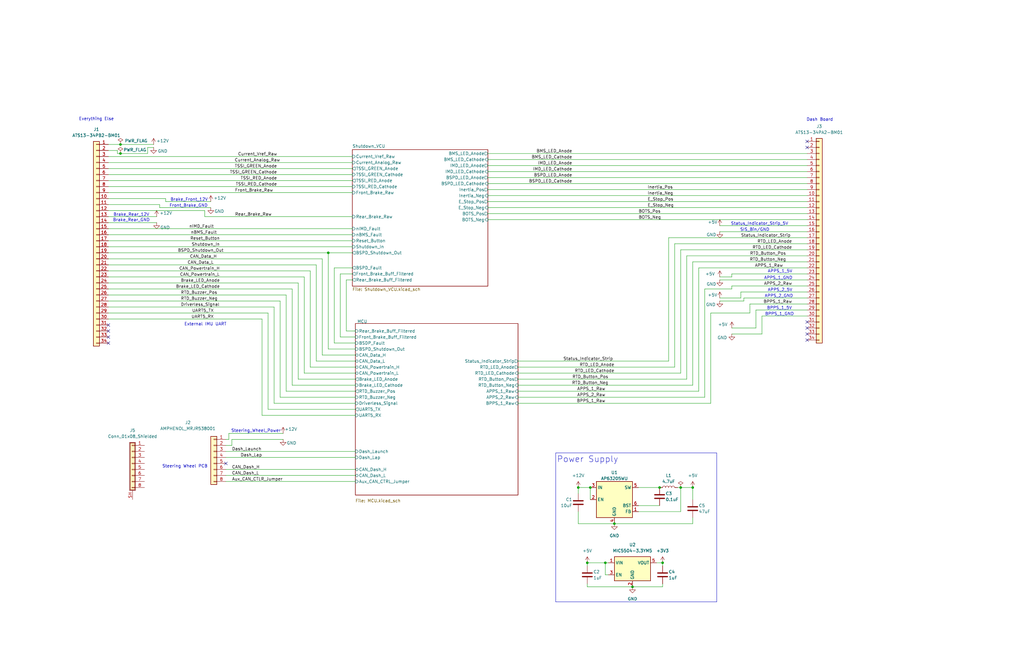
<source format=kicad_sch>
(kicad_sch (version 20250114) (generator "eeschema") (generator_version "9.0")
  (paper "B")
  (title_block (title "VCU") (date "2026-01-14") (rev "1.3") (company "Formula Slug") (comment 1 "Ronald Zhao"))
  (lib_symbols
    (symbol "Connector_Generic:Conn_01x08" (pin_names (offset 1.016) (hide yes))
      (property "Reference" "J" (at 0 10.16 0))
      (property "Value" "Conn_01x08" (at 0 -12.7 0))
      (symbol "Conn_01x08_1_1"
        (rectangle (start -1.27 8.89) (end 1.27 -11.43) (stroke (width 0.254)) (fill (type background)))
        (rectangle (start -1.27 7.747) (end 0 7.493) (stroke (width 0.1524)))
        (rectangle (start -1.27 5.207) (end 0 4.953) (stroke (width 0.1524)))
        (rectangle (start -1.27 2.667) (end 0 2.413) (stroke (width 0.1524)))
        (rectangle (start -1.27 0.127) (end 0 -0.127) (stroke (width 0.1524)))
        (rectangle (start -1.27 -2.413) (end 0 -2.667) (stroke (width 0.1524)))
        (rectangle (start -1.27 -4.953) (end 0 -5.207) (stroke (width 0.1524)))
        (rectangle (start -1.27 -7.493) (end 0 -7.747) (stroke (width 0.1524)))
        (rectangle (start -1.27 -10.033) (end 0 -10.287) (stroke (width 0.1524)))
        (pin passive line (at -5.08 7.62 0) (length 3.81) (name "Pin_1") (number "1"))
        (pin passive line (at -5.08 5.08 0) (length 3.81) (name "Pin_2") (number "2"))
        (pin passive line (at -5.08 2.54 0) (length 3.81) (name "Pin_3") (number "3"))
        (pin passive line (at -5.08 0 0) (length 3.81) (name "Pin_4") (number "4"))
        (pin passive line (at -5.08 -2.54 0) (length 3.81) (name "Pin_5") (number "5"))
        (pin passive line (at -5.08 -5.08 0) (length 3.81) (name "Pin_6") (number "6"))
        (pin passive line (at -5.08 -7.62 0) (length 3.81) (name "Pin_7") (number "7"))
        (pin passive line (at -5.08 -10.16 0) (length 3.81) (name "Pin_8") (number "8"))
      )
    )
    (symbol "Connector_Generic:Conn_01x34" (pin_names (offset 1.016) (hide yes))
      (property "Reference" "J" (at 0 43.18 0))
      (property "Value" "Conn_01x34" (at 0 -45.72 0))
      (symbol "Conn_01x34_1_1"
        (rectangle (start -1.27 41.91) (end 1.27 -44.45) (stroke (width 0.254)) (fill (type background)))
        (rectangle (start -1.27 40.767) (end 0 40.513) (stroke (width 0.1524)))
        (rectangle (start -1.27 38.227) (end 0 37.973) (stroke (width 0.1524)))
        (rectangle (start -1.27 35.687) (end 0 35.433) (stroke (width 0.1524)))
        (rectangle (start -1.27 33.147) (end 0 32.893) (stroke (width 0.1524)))
        (rectangle (start -1.27 30.607) (end 0 30.353) (stroke (width 0.1524)))
        (rectangle (start -1.27 28.067) (end 0 27.813) (stroke (width 0.1524)))
        (rectangle (start -1.27 25.527) (end 0 25.273) (stroke (width 0.1524)))
        (rectangle (start -1.27 22.987) (end 0 22.733) (stroke (width 0.1524)))
        (rectangle (start -1.27 20.447) (end 0 20.193) (stroke (width 0.1524)))
        (rectangle (start -1.27 17.907) (end 0 17.653) (stroke (width 0.1524)))
        (rectangle (start -1.27 15.367) (end 0 15.113) (stroke (width 0.1524)))
        (rectangle (start -1.27 12.827) (end 0 12.573) (stroke (width 0.1524)))
        (rectangle (start -1.27 10.287) (end 0 10.033) (stroke (width 0.1524)))
        (rectangle (start -1.27 7.747) (end 0 7.493) (stroke (width 0.1524)))
        (rectangle (start -1.27 5.207) (end 0 4.953) (stroke (width 0.1524)))
        (rectangle (start -1.27 2.667) (end 0 2.413) (stroke (width 0.1524)))
        (rectangle (start -1.27 0.127) (end 0 -0.127) (stroke (width 0.1524)))
        (rectangle (start -1.27 -2.413) (end 0 -2.667) (stroke (width 0.1524)))
        (rectangle (start -1.27 -4.953) (end 0 -5.207) (stroke (width 0.1524)))
        (rectangle (start -1.27 -7.493) (end 0 -7.747) (stroke (width 0.1524)))
        (rectangle (start -1.27 -10.033) (end 0 -10.287) (stroke (width 0.1524)))
        (rectangle (start -1.27 -12.573) (end 0 -12.827) (stroke (width 0.1524)))
        (rectangle (start -1.27 -15.113) (end 0 -15.367) (stroke (width 0.1524)))
        (rectangle (start -1.27 -17.653) (end 0 -17.907) (stroke (width 0.1524)))
        (rectangle (start -1.27 -20.193) (end 0 -20.447) (stroke (width 0.1524)))
        (rectangle (start -1.27 -22.733) (end 0 -22.987) (stroke (width 0.1524)))
        (rectangle (start -1.27 -25.273) (end 0 -25.527) (stroke (width 0.1524)))
        (rectangle (start -1.27 -27.813) (end 0 -28.067) (stroke (width 0.1524)))
        (rectangle (start -1.27 -30.353) (end 0 -30.607) (stroke (width 0.1524)))
        (rectangle (start -1.27 -32.893) (end 0 -33.147) (stroke (width 0.1524)))
        (rectangle (start -1.27 -35.433) (end 0 -35.687) (stroke (width 0.1524)))
        (rectangle (start -1.27 -37.973) (end 0 -38.227) (stroke (width 0.1524)))
        (rectangle (start -1.27 -40.513) (end 0 -40.767) (stroke (width 0.1524)))
        (rectangle (start -1.27 -43.053) (end 0 -43.307) (stroke (width 0.1524)))
        (pin passive line (at -5.08 40.64 0) (length 3.81) (name "Pin_1") (number "1"))
        (pin passive line (at -5.08 38.1 0) (length 3.81) (name "Pin_2") (number "2"))
        (pin passive line (at -5.08 35.56 0) (length 3.81) (name "Pin_3") (number "3"))
        (pin passive line (at -5.08 33.02 0) (length 3.81) (name "Pin_4") (number "4"))
        (pin passive line (at -5.08 30.48 0) (length 3.81) (name "Pin_5") (number "5"))
        (pin passive line (at -5.08 27.94 0) (length 3.81) (name "Pin_6") (number "6"))
        (pin passive line (at -5.08 25.4 0) (length 3.81) (name "Pin_7") (number "7"))
        (pin passive line (at -5.08 22.86 0) (length 3.81) (name "Pin_8") (number "8"))
        (pin passive line (at -5.08 20.32 0) (length 3.81) (name "Pin_9") (number "9"))
        (pin passive line (at -5.08 17.78 0) (length 3.81) (name "Pin_10") (number "10"))
        (pin passive line (at -5.08 15.24 0) (length 3.81) (name "Pin_11") (number "11"))
        (pin passive line (at -5.08 12.7 0) (length 3.81) (name "Pin_12") (number "12"))
        (pin passive line (at -5.08 10.16 0) (length 3.81) (name "Pin_13") (number "13"))
        (pin passive line (at -5.08 7.62 0) (length 3.81) (name "Pin_14") (number "14"))
        (pin passive line (at -5.08 5.08 0) (length 3.81) (name "Pin_15") (number "15"))
        (pin passive line (at -5.08 2.54 0) (length 3.81) (name "Pin_16") (number "16"))
        (pin passive line (at -5.08 0 0) (length 3.81) (name "Pin_17") (number "17"))
        (pin passive line (at -5.08 -2.54 0) (length 3.81) (name "Pin_18") (number "18"))
        (pin passive line (at -5.08 -5.08 0) (length 3.81) (name "Pin_19") (number "19"))
        (pin passive line (at -5.08 -7.62 0) (length 3.81) (name "Pin_20") (number "20"))
        (pin passive line (at -5.08 -10.16 0) (length 3.81) (name "Pin_21") (number "21"))
        (pin passive line (at -5.08 -12.7 0) (length 3.81) (name "Pin_22") (number "22"))
        (pin passive line (at -5.08 -15.24 0) (length 3.81) (name "Pin_23") (number "23"))
        (pin passive line (at -5.08 -17.78 0) (length 3.81) (name "Pin_24") (number "24"))
        (pin passive line (at -5.08 -20.32 0) (length 3.81) (name "Pin_25") (number "25"))
        (pin passive line (at -5.08 -22.86 0) (length 3.81) (name "Pin_26") (number "26"))
        (pin passive line (at -5.08 -25.4 0) (length 3.81) (name "Pin_27") (number "27"))
        (pin passive line (at -5.08 -27.94 0) (length 3.81) (name "Pin_28") (number "28"))
        (pin passive line (at -5.08 -30.48 0) (length 3.81) (name "Pin_29") (number "29"))
        (pin passive line (at -5.08 -33.02 0) (length 3.81) (name "Pin_30") (number "30"))
        (pin passive line (at -5.08 -35.56 0) (length 3.81) (name "Pin_31") (number "31"))
        (pin passive line (at -5.08 -38.1 0) (length 3.81) (name "Pin_32") (number "32"))
        (pin passive line (at -5.08 -40.64 0) (length 3.81) (name "Pin_33") (number "33"))
        (pin passive line (at -5.08 -43.18 0) (length 3.81) (name "Pin_34") (number "34"))
      )
    )
    (symbol "Connector_Generic_Shielded:Conn_01x08_Shielded" (pin_names (offset 1.016) (hide yes))
      (property "Reference" "J" (at 0.254 9.906 0))
      (property "Value" "Conn_01x08_Shielded" (at 1.016 -12.446 0))
      (symbol "Conn_01x08_Shielded_1_1"
        (rectangle (start -1.27 8.89) (end 1.27 -11.43) (stroke (width 0.1524)))
        (rectangle (start -1.016 8.636) (end 1.016 -11.176) (stroke (width 0.254)) (fill (type background)))
        (rectangle (start -1.016 7.747) (end 0.254 7.493) (stroke (width 0.1524)))
        (rectangle (start -1.016 5.207) (end 0.254 4.953) (stroke (width 0.1524)))
        (rectangle (start -1.016 2.667) (end 0.254 2.413) (stroke (width 0.1524)))
        (rectangle (start -1.016 0.127) (end 0.254 -0.127) (stroke (width 0.1524)))
        (rectangle (start -1.016 -2.413) (end 0.254 -2.667) (stroke (width 0.1524)))
        (rectangle (start -1.016 -4.953) (end 0.254 -5.207) (stroke (width 0.1524)))
        (rectangle (start -1.016 -7.493) (end 0.254 -7.747) (stroke (width 0.1524)))
        (rectangle (start -1.016 -10.033) (end 0.254 -10.287) (stroke (width 0.1524)))
        (pin passive line (at -5.08 7.62 0) (length 4.064) (name "Pin_1") (number "1"))
        (pin passive line (at -5.08 5.08 0) (length 4.064) (name "Pin_2") (number "2"))
        (pin passive line (at -5.08 2.54 0) (length 4.064) (name "Pin_3") (number "3"))
        (pin passive line (at -5.08 0 0) (length 4.064) (name "Pin_4") (number "4"))
        (pin passive line (at -5.08 -2.54 0) (length 4.064) (name "Pin_5") (number "5"))
        (pin passive line (at -5.08 -5.08 0) (length 4.064) (name "Pin_6") (number "6"))
        (pin passive line (at -5.08 -7.62 0) (length 4.064) (name "Pin_7") (number "7"))
        (pin passive line (at -5.08 -10.16 0) (length 4.064) (name "Pin_8") (number "8"))
        (pin passive line (at 0 -15.24 90) (length 3.81) (name "Shield") (number "SH"))
      )
    )
    (symbol "Device:C" (pin_numbers (hide yes)) (pin_names (offset 0.254))
      (property "Reference" "C" (at 0.635 2.54 0))
      (property "Value" "C" (at 0.635 -2.54 0))
      (symbol "C_0_1"
        (polyline (pts (xy -2.032 0.762) (xy 2.032 0.762)) (stroke (width 0.508)))
        (polyline (pts (xy -2.032 -0.762) (xy 2.032 -0.762)) (stroke (width 0.508)))
      )
      (symbol "C_1_1"
        (pin passive line (at 0 3.81 270) (length 2.794) (name "~") (number "1"))
        (pin passive line (at 0 -3.81 90) (length 2.794) (name "~") (number "2"))
      )
    )
    (symbol "Device:L" (pin_numbers (hide yes)) (pin_names (offset 1.016) (hide yes))
      (property "Reference" "L" (at -1.27 0 90))
      (property "Value" "L" (at 1.905 0 90))
      (symbol "L_0_1"
        (arc (start 0 2.54) (mid 0.6323 1.905) (end 0 1.27))
        (arc (start 0 1.27) (mid 0.6323 0.635) (end 0 0))
        (arc (start 0 0) (mid 0.6323 -0.635) (end 0 -1.27))
        (arc (start 0 -1.27) (mid 0.6323 -1.905) (end 0 -2.54))
      )
      (symbol "L_1_1"
        (pin passive line (at 0 3.81 270) (length 1.27) (name "1") (number "1"))
        (pin passive line (at 0 -3.81 90) (length 1.27) (name "2") (number "2"))
      )
    )
    (symbol "Regulator_Linear:MIC5504-3.3YM5"
      (property "Reference" "U" (at -7.62 8.89 0))
      (property "Value" "MIC5504-3.3YM5" (at -7.62 6.35 0))
      (symbol "MIC5504-3.3YM5_0_1"
        (rectangle (start -7.62 -5.08) (end 7.62 5.08) (stroke (width 0.254)) (fill (type background)))
      )
      (symbol "MIC5504-3.3YM5_1_1"
        (pin power_in line (at -10.16 2.54 0) (length 2.54) (name "VIN") (number "1"))
        (pin input line (at -10.16 -2.54 0) (length 2.54) (name "EN") (number "3"))
        (pin power_in line (at 0 -7.62 90) (length 2.54) (name "GND") (number "2"))
        (pin no_connect line (at 7.62 -2.54 180) (length 2.54) (hide yes) (name "NC") (number "4"))
        (pin power_out line (at 10.16 2.54 180) (length 2.54) (name "VOUT") (number "5"))
      )
    )
    (symbol "Regulator_Switching:AP63205WU"
      (property "Reference" "U1" (at 0 13.97 0))
      (property "Value" "AP63205WU" (at 0 11.43 0))
      (symbol "AP63205WU_0_1"
        (rectangle (start -7.62 10.16) (end 7.62 -5.08) (stroke (width 0.254)) (fill (type background)))
      )
      (symbol "AP63205WU_1_1"
        (pin power_in line (at -10.16 7.62 0) (length 2.54) (name "IN") (number "3"))
        (pin input line (at -10.16 2.54 0) (length 2.54) (name "EN") (number "2"))
        (pin power_in line (at 0 -7.62 90) (length 2.54) (name "GND") (number "4"))
        (pin output line (at 10.16 7.62 180) (length 2.54) (name "SW") (number "5"))
        (pin passive line (at 10.16 0 180) (length 2.54) (name "BST") (number "6"))
        (pin input line (at 10.16 -2.54 180) (length 2.54) (name "FB") (number "1"))
      )
    )
    (symbol "power:+12V" (power) (pin_numbers (hide yes)) (pin_names (offset 0) (hide yes))
      (property "Value" "+12V" (at 0 3.556 0))
      (symbol "+12V_0_1"
        (polyline (pts (xy -0.762 1.27) (xy 0 2.54)))
        (polyline (pts (xy 0 2.54) (xy 0.762 1.27)))
        (polyline (pts (xy 0 0) (xy 0 2.54)))
      )
      (symbol "+12V_1_1"
        (pin power_in line (at 0 0 90) (length 0) (name "~") (number "1"))
      )
    )
    (symbol "power:+3V3" (power) (pin_numbers (hide yes)) (pin_names (offset 0) (hide yes))
      (property "Value" "+3V3" (at 0 3.556 0))
      (symbol "+3V3_0_1"
        (polyline (pts (xy -0.762 1.27) (xy 0 2.54)))
        (polyline (pts (xy 0 2.54) (xy 0.762 1.27)))
        (polyline (pts (xy 0 0) (xy 0 2.54)))
      )
      (symbol "+3V3_1_1"
        (pin power_in line (at 0 0 90) (length 0) (name "~") (number "1"))
      )
    )
    (symbol "power:+5V" (power) (pin_numbers (hide yes)) (pin_names (offset 0) (hide yes))
      (property "Value" "+5V" (at 0 3.556 0))
      (symbol "+5V_0_1"
        (polyline (pts (xy -0.762 1.27) (xy 0 2.54)))
        (polyline (pts (xy 0 2.54) (xy 0.762 1.27)))
        (polyline (pts (xy 0 0) (xy 0 2.54)))
      )
      (symbol "+5V_1_1"
        (pin power_in line (at 0 0 90) (length 0) (name "~") (number "1"))
      )
    )
    (symbol "power:GND" (power) (pin_numbers (hide yes)) (pin_names (offset 0) (hide yes))
      (property "Value" "GND" (at 0 -3.81 0))
      (symbol "GND_0_1"
        (polyline (pts (xy 0 0) (xy 0 -1.27) (xy 1.27 -1.27) (xy 0 -2.54) (xy -1.27 -1.27) (xy 0 -1.27)))
      )
      (symbol "GND_1_1"
        (pin power_in line (at 0 0 270) (length 0) (name "~") (number "1"))
      )
    )
    (symbol "power:PWR_FLAG" (power) (pin_numbers (hide yes)) (pin_names (offset 0) (hide yes))
      (property "Value" "PWR_FLAG" (at 0 3.81 0))
      (symbol "PWR_FLAG_0_0"
        (pin power_out line (at 0 0 90) (length 0) (name "~") (number "1"))
      )
      (symbol "PWR_FLAG_0_1"
        (polyline (pts (xy 0 0) (xy 0 1.27) (xy -1.016 1.905) (xy 0 2.54) (xy 1.016 1.905) (xy 0 1.27)))
      )
    )
  )
  (rectangle (start 234.315 191.135) (end 302.26 254))
  (text "Brake_Front_12V" (at 79.756 84.328 0) (effects (font (size 1.27 1.27))))
  (text "External IMU UART" (at 86.614 136.906 0) (effects (font (size 1.27 1.27))))
  (text "APPS_2_5V" (at 328.93 122.428 0) (effects (font (size 1.27 1.27))))
  (text "BPPS_1_5V" (at 328.676 130.048 0) (effects (font (size 1.27 1.27))))
  (text "Front_Brake_GND" (at 79.502 86.868 0) (effects (font (size 1.27 1.27))))
  (text "APPS_2_GND" (at 328.422 124.968 0) (effects (font (size 1.27 1.27))))
  (text "Dash Board" (at 345.694 50.546 0) (effects (font (size 1.27 1.27))))
  (text "Steering Wheel PCB" (at 77.978 196.85 0) (effects (font (size 1.27 1.27))))
  (text "Steering_Wheel_Power\n" (at 107.95 181.864 0) (effects (font (size 1.27 1.27))))
  (text "Status_Indicator_Strip_5V\n" (at 320.294 94.488 0) (effects (font (size 1.27 1.27))))
  (text "Everything Else" (at 40.64 50.292 0) (effects (font (size 1.27 1.27))))
  (text "Brake_Rear_12V" (at 55.372 90.678 0) (effects (font (size 1.27 1.27))))
  (text "Brake_Rear_GND\n" (at 55.372 92.964 0) (effects (font (size 1.27 1.27))))
  (text "Power Supply" (at 247.777 193.929 0) (effects (font (size 2.54 2.54))))
  (text "APPS_1_GND" (at 328.168 117.348 0) (effects (font (size 1.27 1.27))))
  (text "SIS_Bin/GND\n" (at 318.262 97.028 0) (effects (font (size 1.27 1.27))))
  (text "BPPS_1_GND\n" (at 328.676 132.588 0) (effects (font (size 1.27 1.27))))
  (text "APPS_1_5V" (at 328.93 114.554 0) (effects (font (size 1.27 1.27))))
  (junction (at 292.1 205.74))
  (junction (at 259.08 220.98))
  (junction (at 138.43 106.68))
  (junction (at 243.84 205.74))
  (junction (at 50.8 60.96))
  (junction (at 248.92 205.74))
  (junction (at 50.8 64.77))
  (junction (at 279.4 237.49))
  (junction (at 266.7 247.65))
  (junction (at 247.65 237.49))
  (junction (at 287.02 205.74))
  (junction (at 278.13 205.74))
  (junction (at 255.27 237.49))
  (no_connect (at 45.72 137.16))
  (no_connect (at 340.36 143.51))
  (no_connect (at 45.72 139.7))
  (no_connect (at 340.36 138.43))
  (no_connect (at 45.72 142.24))
  (no_connect (at 340.36 62.23))
  (no_connect (at 340.36 140.97))
  (no_connect (at 340.36 135.89))
  (no_connect (at 340.36 59.69))
  (no_connect (at 95.25 195.58))
  (no_connect (at 45.72 144.78))
  (wire (pts (xy 113.03 172.72) (xy 113.03 132.08)))
  (wire (pts (xy 120.65 165.1) (xy 120.65 124.46)))
  (wire (pts (xy 303.53 95.25) (xy 340.36 95.25)))
  (wire (pts (xy 135.89 109.22) (xy 45.72 109.22)))
  (wire (pts (xy 316.23 132.08) (xy 299.72 132.08)))
  (wire (pts (xy 308.61 116.84) (xy 303.53 116.84)))
  (wire (pts (xy 287.02 105.41) (xy 287.02 157.48)))
  (wire (pts (xy 299.72 132.08) (xy 299.72 170.18)))
  (wire (pts (xy 340.36 125.73) (xy 313.69 125.73)))
  (wire (pts (xy 149.86 175.26) (xy 110.49 175.26)))
  (wire (pts (xy 95.25 187.96) (xy 97.79 187.96)))
  (wire (pts (xy 45.72 99.06) (xy 148.59 99.06)))
  (wire (pts (xy 312.42 125.73) (xy 312.42 123.19)))
  (wire (pts (xy 316.23 132.08) (xy 316.23 128.27)))
  (wire (pts (xy 297.18 121.92) (xy 297.18 167.64)))
  (wire (pts (xy 133.35 111.76) (xy 133.35 152.4)))
  (wire (pts (xy 313.69 127) (xy 303.53 127)))
  (wire (pts (xy 95.25 203.2) (xy 149.86 203.2)))
  (wire (pts (xy 255.27 242.57) (xy 255.27 237.49)))
  (wire (pts (xy 86.36 91.44) (xy 86.36 88.9)))
  (wire (pts (xy 86.36 88.9) (xy 45.72 88.9)))
  (wire (pts (xy 138.43 106.68) (xy 138.43 147.32)))
  (wire (pts (xy 125.73 160.02) (xy 125.73 119.38)))
  (wire (pts (xy 49.53 64.77) (xy 49.53 63.5)))
  (wire (pts (xy 110.49 134.62) (xy 45.72 134.62)))
  (wire (pts (xy 95.25 200.66) (xy 149.86 200.66)))
  (wire (pts (xy 294.64 113.03) (xy 340.36 113.03)))
  (wire (pts (xy 205.74 80.01) (xy 340.36 80.01)))
  (wire (pts (xy 218.44 162.56) (xy 292.1 162.56)))
  (wire (pts (xy 287.02 105.41) (xy 340.36 105.41)))
  (wire (pts (xy 256.54 237.49) (xy 255.27 237.49)))
  (wire (pts (xy 313.69 127) (xy 313.69 125.73)))
  (wire (pts (xy 49.53 63.5) (xy 45.72 63.5)))
  (wire (pts (xy 115.57 129.54) (xy 45.72 129.54)))
  (wire (pts (xy 143.51 115.57) (xy 143.51 142.24)))
  (wire (pts (xy 148.59 91.44) (xy 86.36 91.44)))
  (wire (pts (xy 287.02 205.74) (xy 287.02 215.9)))
  (wire (pts (xy 149.86 147.32) (xy 138.43 147.32)))
  (wire (pts (xy 205.74 82.55) (xy 340.36 82.55)))
  (wire (pts (xy 340.36 128.27) (xy 316.23 128.27)))
  (wire (pts (xy 205.74 92.71) (xy 340.36 92.71)))
  (wire (pts (xy 218.44 154.94) (xy 284.48 154.94)))
  (wire (pts (xy 340.36 110.49) (xy 292.1 110.49)))
  (wire (pts (xy 281.94 100.33) (xy 340.36 100.33)))
  (wire (pts (xy 340.36 123.19) (xy 312.42 123.19)))
  (wire (pts (xy 95.25 185.42) (xy 96.52 185.42)))
  (wire (pts (xy 269.24 213.36) (xy 278.13 213.36)))
  (wire (pts (xy 205.74 69.85) (xy 340.36 69.85)))
  (wire (pts (xy 149.86 165.1) (xy 120.65 165.1)))
  (wire (pts (xy 294.64 165.1) (xy 218.44 165.1)))
  (wire (pts (xy 243.84 220.98) (xy 259.08 220.98)))
  (wire (pts (xy 247.65 237.49) (xy 255.27 237.49)))
  (wire (pts (xy 125.73 119.38) (xy 45.72 119.38)))
  (wire (pts (xy 148.59 113.03) (xy 140.97 113.03)))
  (wire (pts (xy 308.61 116.84) (xy 308.61 115.57)))
  (wire (pts (xy 45.72 81.28) (xy 148.59 81.28)))
  (wire (pts (xy 248.92 205.74) (xy 248.92 210.82)))
  (wire (pts (xy 292.1 110.49) (xy 292.1 162.56)))
  (wire (pts (xy 279.4 238.76) (xy 279.4 237.49)))
  (wire (pts (xy 67.31 87.63) (xy 67.31 86.36)))
  (wire (pts (xy 45.72 127) (xy 118.11 127)))
  (wire (pts (xy 312.42 125.73) (xy 303.53 125.73)))
  (wire (pts (xy 205.74 90.17) (xy 340.36 90.17)))
  (wire (pts (xy 50.8 60.96) (xy 45.72 60.96)))
  (wire (pts (xy 128.27 157.48) (xy 149.86 157.48)))
  (wire (pts (xy 45.72 66.04) (xy 148.59 66.04)))
  (wire (pts (xy 67.31 86.36) (xy 45.72 86.36)))
  (wire (pts (xy 318.77 138.43) (xy 308.61 138.43)))
  (wire (pts (xy 96.52 182.88) (xy 119.38 182.88)))
  (wire (pts (xy 66.04 93.98) (xy 45.72 93.98)))
  (wire (pts (xy 113.03 132.08) (xy 45.72 132.08)))
  (wire (pts (xy 64.77 62.23) (xy 62.23 62.23)))
  (wire (pts (xy 218.44 152.4) (xy 281.94 152.4)))
  (wire (pts (xy 130.81 114.3) (xy 45.72 114.3)))
  (wire (pts (xy 289.56 107.95) (xy 289.56 160.02)))
  (wire (pts (xy 45.72 106.68) (xy 138.43 106.68)))
  (wire (pts (xy 50.8 64.77) (xy 49.53 64.77)))
  (wire (pts (xy 69.85 85.09) (xy 69.85 83.82)))
  (wire (pts (xy 303.53 97.79) (xy 340.36 97.79)))
  (wire (pts (xy 299.72 170.18) (xy 218.44 170.18)))
  (wire (pts (xy 247.65 246.38) (xy 247.65 247.65)))
  (wire (pts (xy 66.04 91.44) (xy 45.72 91.44)))
  (wire (pts (xy 120.65 124.46) (xy 45.72 124.46)))
  (wire (pts (xy 279.4 247.65) (xy 266.7 247.65)))
  (wire (pts (xy 243.84 205.74) (xy 248.92 205.74)))
  (wire (pts (xy 118.11 167.64) (xy 149.86 167.64)))
  (wire (pts (xy 45.72 116.84) (xy 128.27 116.84)))
  (wire (pts (xy 287.02 157.48) (xy 218.44 157.48)))
  (wire (pts (xy 95.25 198.12) (xy 149.86 198.12)))
  (wire (pts (xy 62.23 62.23) (xy 62.23 64.77)))
  (wire (pts (xy 88.9 85.09) (xy 69.85 85.09)))
  (wire (pts (xy 284.48 102.87) (xy 284.48 154.94)))
  (wire (pts (xy 247.65 247.65) (xy 266.7 247.65)))
  (wire (pts (xy 97.79 185.42) (xy 119.38 185.42)))
  (wire (pts (xy 279.4 237.49) (xy 276.86 237.49)))
  (wire (pts (xy 321.31 133.35) (xy 321.31 140.97)))
  (wire (pts (xy 318.77 130.81) (xy 318.77 138.43)))
  (wire (pts (xy 292.1 205.74) (xy 292.1 210.82)))
  (wire (pts (xy 143.51 142.24) (xy 149.86 142.24)))
  (wire (pts (xy 149.86 162.56) (xy 123.19 162.56)))
  (wire (pts (xy 281.94 100.33) (xy 281.94 152.4)))
  (wire (pts (xy 205.74 87.63) (xy 340.36 87.63)))
  (wire (pts (xy 340.36 120.65) (xy 308.61 120.65)))
  (wire (pts (xy 205.74 72.39) (xy 340.36 72.39)))
  (wire (pts (xy 292.1 220.98) (xy 259.08 220.98)))
  (wire (pts (xy 205.74 64.77) (xy 340.36 64.77)))
  (wire (pts (xy 149.86 160.02) (xy 125.73 160.02)))
  (wire (pts (xy 287.02 205.74) (xy 285.75 205.74)))
  (wire (pts (xy 321.31 140.97) (xy 308.61 140.97)))
  (wire (pts (xy 45.72 104.14) (xy 148.59 104.14)))
  (wire (pts (xy 115.57 170.18) (xy 149.86 170.18)))
  (wire (pts (xy 140.97 113.03) (xy 140.97 144.78)))
  (wire (pts (xy 45.72 101.6) (xy 148.59 101.6)))
  (wire (pts (xy 135.89 149.86) (xy 149.86 149.86)))
  (wire (pts (xy 308.61 120.65) (xy 308.61 121.92)))
  (wire (pts (xy 146.05 139.7) (xy 146.05 118.11)))
  (wire (pts (xy 135.89 149.86) (xy 135.89 109.22)))
  (wire (pts (xy 133.35 152.4) (xy 149.86 152.4)))
  (wire (pts (xy 110.49 175.26) (xy 110.49 134.62)))
  (wire (pts (xy 308.61 121.92) (xy 297.18 121.92)))
  (wire (pts (xy 205.74 74.93) (xy 340.36 74.93)))
  (wire (pts (xy 256.54 242.57) (xy 255.27 242.57)))
  (wire (pts (xy 45.72 96.52) (xy 148.59 96.52)))
  (wire (pts (xy 148.59 115.57) (xy 143.51 115.57)))
  (wire (pts (xy 130.81 154.94) (xy 149.86 154.94)))
  (wire (pts (xy 64.77 60.96) (xy 50.8 60.96)))
  (wire (pts (xy 97.79 187.96) (xy 97.79 185.42)))
  (wire (pts (xy 123.19 121.92) (xy 45.72 121.92)))
  (wire (pts (xy 289.56 107.95) (xy 340.36 107.95)))
  (wire (pts (xy 69.85 83.82) (xy 45.72 83.82)))
  (wire (pts (xy 45.72 76.2) (xy 148.59 76.2)))
  (wire (pts (xy 287.02 205.74) (xy 292.1 205.74)))
  (wire (pts (xy 205.74 85.09) (xy 340.36 85.09)))
  (wire (pts (xy 45.72 111.76) (xy 133.35 111.76)))
  (wire (pts (xy 205.74 67.31) (xy 340.36 67.31)))
  (wire (pts (xy 45.72 71.12) (xy 148.59 71.12)))
  (wire (pts (xy 95.25 193.04) (xy 149.86 193.04)))
  (wire (pts (xy 243.84 215.9) (xy 243.84 220.98)))
  (wire (pts (xy 88.9 87.63) (xy 67.31 87.63)))
  (wire (pts (xy 45.72 78.74) (xy 148.59 78.74)))
  (wire (pts (xy 321.31 133.35) (xy 340.36 133.35)))
  (wire (pts (xy 149.86 139.7) (xy 146.05 139.7)))
  (wire (pts (xy 297.18 167.64) (xy 218.44 167.64)))
  (wire (pts (xy 140.97 144.78) (xy 149.86 144.78)))
  (wire (pts (xy 62.23 64.77) (xy 50.8 64.77)))
  (wire (pts (xy 318.77 130.81) (xy 340.36 130.81)))
  (wire (pts (xy 243.84 205.74) (xy 243.84 208.28)))
  (wire (pts (xy 115.57 170.18) (xy 115.57 129.54)))
  (wire (pts (xy 146.05 118.11) (xy 148.59 118.11)))
  (wire (pts (xy 292.1 218.44) (xy 292.1 220.98)))
  (wire (pts (xy 340.36 118.11) (xy 303.53 118.11)))
  (wire (pts (xy 95.25 190.5) (xy 149.86 190.5)))
  (wire (pts (xy 123.19 162.56) (xy 123.19 121.92)))
  (wire (pts (xy 45.72 73.66) (xy 148.59 73.66)))
  (wire (pts (xy 269.24 215.9) (xy 287.02 215.9)))
  (wire (pts (xy 205.74 77.47) (xy 340.36 77.47)))
  (wire (pts (xy 130.81 154.94) (xy 130.81 114.3)))
  (wire (pts (xy 294.64 113.03) (xy 294.64 165.1)))
  (wire (pts (xy 269.24 205.74) (xy 278.13 205.74)))
  (wire (pts (xy 118.11 127) (xy 118.11 167.64)))
  (wire (pts (xy 279.4 246.38) (xy 279.4 247.65)))
  (wire (pts (xy 284.48 102.87) (xy 340.36 102.87)))
  (wire (pts (xy 138.43 106.68) (xy 148.59 106.68)))
  (wire (pts (xy 308.61 115.57) (xy 340.36 115.57)))
  (wire (pts (xy 45.72 68.58) (xy 148.59 68.58)))
  (wire (pts (xy 247.65 237.49) (xy 247.65 238.76)))
  (wire (pts (xy 289.56 160.02) (xy 218.44 160.02)))
  (wire (pts (xy 128.27 116.84) (xy 128.27 157.48)))
  (wire (pts (xy 96.52 185.42) (xy 96.52 182.88)))
  (wire (pts (xy 149.86 172.72) (xy 113.03 172.72)))
  (label "RTD_LED_Anode" (at 259.08 154.94 180))
  (label "Status_Indicator_Strip" (at 237.49 152.4 0))
  (label "Current_Vref_Raw" (at 100.33 66.04 0))
  (label "TSSI_RED_Cathode" (at 116.84 78.74 180))
  (label "Inertia_Neg" (at 273.05 82.55 0))
  (label "APPS_1_Raw" (at 330.2 113.03 180))
  (label "UART5_TX" (at 90.17 132.08 180))
  (label "Inertia_Pos" (at 273.05 80.01 0))
  (label "RTD_Button_Pos" (at 331.47 107.95 180))
  (label "CAN_Dash_L" (at 97.79 200.66 0))
  (label "RTD_Buzzer_Neg" (at 76.2 127 0))
  (label "CAN_Data_L" (at 90.17 111.76 180))
  (label "TSSI_GREEN_Cathode" (at 116.84 73.66 180))
  (label "Driverless_Signal" (at 76.2 129.54 0))
  (label "Brake_LED_Anode" (at 92.71 119.38 180))
  (label "E_Stop_Pos" (at 273.05 85.09 0))
  (label "APPS_1_Raw" (at 255.27 165.1 180))
  (label "UART5_RX" (at 90.17 134.62 180))
  (label "RTD_LED_Cathode" (at 259.08 157.48 180))
  (label "CAN_Data_H" (at 80.01 109.22 0))
  (label "Brake_LED_Cathode" (at 92.71 121.92 180))
  (label "RTD_LED_Anode" (at 334.01 102.87 180))
  (label "BMS_LED_Cathode" (at 241.3 67.31 180))
  (label "Front_Brake_Raw" (at 99.06 81.28 0))
  (label "E_Stop_Neg" (at 273.05 87.63 0))
  (label "Dash_Lap" (at 110.49 193.04 180))
  (label "RTD_Button_Neg" (at 331.47 110.49 180))
  (label "BSPD_LED_Cathode" (at 241.3 77.47 180))
  (label "BPPS_1_Raw" (at 255.27 170.18 180))
  (label "Status_Indicator_Strip" (at 312.42 100.33 0))
  (label "RTD_Button_Pos" (at 256.54 160.02 180))
  (label "Current_Analog_Raw" (at 118.11 68.58 180))
  (label "Rear_Brake_Raw" (at 99.06 91.44 0))
  (label "BSPD_Shutdown_Out" (at 74.93 106.68 0))
  (label "CAN_Powertrain_H" (at 92.71 114.3 180))
  (label "IMD_LED_Cathode" (at 241.3 72.39 180))
  (label "BOTS_Pos" (at 269.24 90.17 0))
  (label "RTD_Button_Neg" (at 256.54 162.56 180))
  (label "BMS_LED_Anode" (at 241.3 64.77 180))
  (label "TSSI_GREEN_Anode" (at 116.84 71.12 180))
  (label "Shutdown_In" (at 92.71 104.14 180))
  (label "BSPD_LED_Anode" (at 241.3 74.93 180))
  (label "Reset_Button" (at 92.71 101.6 180))
  (label "CAN_Dash_H" (at 97.79 198.12 0))
  (label "nIMD_Fault" (at 90.17 96.52 180))
  (label "RTD_LED_Cathode" (at 334.01 105.41 180))
  (label "BPPS_1_Raw" (at 334.01 128.27 180))
  (label "APPS_2_Raw" (at 334.01 120.65 180))
  (label "nBMS_Fault" (at 91.44 99.06 180))
  (label "Aux_CAN_CTLR_Jumper" (at 97.79 203.2 0))
  (label "CAN_Powertrain_L" (at 92.71 116.84 180))
  (label "Dash_Launch" (at 97.79 190.5 0))
  (label "APPS_2_Raw" (at 255.27 167.64 180))
  (label "BOTS_Neg" (at 269.24 92.71 0))
  (label "IMD_LED_Anode" (at 241.3 69.85 180))
  (label "TSSI_RED_Anode" (at 116.84 76.2 180))
  (label "RTD_Buzzer_Pos" (at 76.2 124.46 0))
  (symbol (lib_id "power:GND") (at 303.53 97.79 0) (unit 1)
    (property "Reference" "#PWR016" (effects (hide yes)))
    (property "Value" "GND" (at 299.974 99.06 0))
    (property "Description" "Power symbol creates a global label with name \"GND\" , ground" (effects (hide yes)))
  )
  (symbol (lib_id "Regulator_Switching:AP63205WU") (at 259.08 213.36 0) (unit 1)
    (property "Reference" "U1" (at 259.08 199.39 0))
    (property "Value" "AP63205WU" (at 259.08 201.93 0))
    (property "Footprint" "Package_TO_SOT_SMD:TSOT-23-6" (effects (hide yes)))
    (property "Datasheet" "https://www.diodes.com/assets/Datasheets/AP63200-AP63201-AP63203-AP63205.pdf" (effects (hide yes)))
    (property "Description" "2A, 1.1MHz Buck DC/DC Converter, fixed 5.0V output voltage, TSOT-23-6" (effects (hide yes)))
    (property "Digi PN" "AP63205WU-7DICT-ND" (effects (hide yes)))
    (property "Digi URL" "AP63205WU-7" (effects (hide yes)))
    (property "MFG" "Diodes Incorporated" (effects (hide yes)))
    (property "MFG PN" "AP63205WU-7" (effects (hide yes)))
  )
  (symbol (lib_id "Regulator_Linear:MIC5504-3.3YM5") (at 266.7 240.03 0) (unit 1)
    (property "Reference" "U2" (at 266.7 229.87 0))
    (property "Value" "MIC5504-3.3YM5" (at 266.7 232.41 0))
    (property "Footprint" "Package_TO_SOT_SMD:SOT-23-5" (effects (hide yes)))
    (property "Datasheet" "http://ww1.microchip.com/downloads/en/DeviceDoc/MIC550X.pdf" (effects (hide yes)))
    (property "Description" "300mA Low-dropout Voltage Regulator, Vout 3.3V, Vin up to 5.5V, SOT-23" (effects (hide yes)))
    (property "Digi PN" "576-4764-1-ND" (effects (hide yes)))
    (property "MFG" "Microchip Technology" (effects (hide yes)))
    (property "MFG PN" "MIC5504-3.3YM5-TR" (effects (hide yes)))
    (property "Digi URL" "https://www.digikey.com/en/products/detail/microchip-technology/MIC5504-3-3YM5-TR/4864018" (effects (hide yes)))
  )
  (symbol (lib_id "Device:C") (at 243.84 212.09 0) (mirror x) (unit 1)
    (property "Reference" "C1" (at 241.3 210.82 0) (effects (justify right)))
    (property "Value" "10uF" (at 241.3 213.36 0) (effects (justify right)))
    (property "Footprint" "Capacitor_SMD:C_0603_1608Metric_Pad1.08x0.95mm_HandSolder" (effects (hide yes)))
    (property "Datasheet" "https://www.yageogroup.com/download/specsheet/CC0603DRNPO9BN6R8" (effects (hide yes)))
    (property "Description" "Unpolarized capacitor" (effects (hide yes)))
    (property "Digi PN" "311-3484-1-ND" (effects (hide yes)))
    (property "MFG" "Yageo" (effects (hide yes)))
    (property "MFG PN" "CC0603DRNPO9BN6R8" (effects (hide yes)))
    (property "Digi URL" "https://www.digikey.com/en/products/detail/yageo/CC0603DRNPO9BN6R8/3767594" (effects (hide yes)))
  )
  (symbol (lib_id "power:+5V") (at 303.53 125.73 0) (mirror y) (unit 1)
    (property "Reference" "#PWR019" (effects (hide yes)))
    (property "Value" "+5V" (at 302.514 124.46 0) (effects (justify left)))
    (property "Description" "Power symbol creates a global label with name \"+5V\"" (effects (hide yes)))
  )
  (symbol (lib_id "power:GND") (at 303.53 118.11 0) (mirror y) (unit 1)
    (property "Reference" "#PWR018" (effects (hide yes)))
    (property "Value" "GND" (at 299.974 119.888 0))
    (property "Description" "Power symbol creates a global label with name \"GND\" , ground" (effects (hide yes)))
  )
  (symbol (lib_id "power:GND") (at 303.53 127 0) (mirror y) (unit 1)
    (property "Reference" "#PWR020" (effects (hide yes)))
    (property "Value" "GND" (at 299.72 128.524 0))
    (property "Description" "Power symbol creates a global label with name \"GND\" , ground" (effects (hide yes)))
  )
  (symbol (lib_id "power:+3V3") (at 279.4 237.49 0) (unit 1)
    (property "Reference" "#PWR013" (effects (hide yes)))
    (property "Value" "+3V3" (at 279.4 232.41 0))
    (property "Description" "Power symbol creates a global label with name \"+3V3\"" (effects (hide yes)))
  )
  (symbol (lib_id "power:+5V") (at 303.53 95.25 0) (unit 1)
    (property "Reference" "#PWR015" (effects (hide yes)))
    (property "Value" "+5V" (at 298.45 93.726 0) (effects (justify left)))
    (property "Description" "Power symbol creates a global label with name \"+5V\"" (effects (hide yes)))
  )
  (symbol (lib_id "Connector_Generic:Conn_01x34") (at 40.64 101.6 0) (mirror y) (unit 1)
    (property "Reference" "J1" (at 40.64 54.61 0))
    (property "Value" "ATS13-34PB2-BM01" (at 40.64 57.15 0))
    (property "Footprint" "FS_4_Global_Footprint_Library:ATS13-34P-BM01" (effects (hide yes)))
    (property "Datasheet" "https://www.amphenol-sine.com/pdf/catalog/ATS-Series.pdf" (effects (hide yes)))
    (property "Description" "90 degree pcb header, panel mount, 34 positions" (effects (hide yes)))
    (property "MFG" "Amphenol Sine Systems Corp" (effects (hide yes)))
    (property "MFP PN" "ATS13-34PB2-BM01" (effects (hide yes)))
    (property "Digi URL" "https://www.digikey.com/en/products/detail/amphenol-sine-systems-corp/ATS13-34PB2-BM01/25893821" (effects (hide yes)))
    (property "Digi PN" "889-ATS13-34PB2-BM01-ND" (effects (hide yes)))
    (property "MFG PN" "ATS13-34PB2-BM01" (effects (hide yes)))
  )
  (symbol (lib_id "power:GND") (at 64.77 62.23 0) (unit 1)
    (property "Reference" "#PWR02" (effects (hide yes)))
    (property "Value" "GND" (at 68.58 63.754 0))
    (property "Description" "Power symbol creates a global label with name \"GND\" , ground" (effects (hide yes)))
  )
  (symbol (lib_id "Device:C") (at 279.4 242.57 180) (unit 1)
    (property "Reference" "C4" (at 281.94 241.3 0) (effects (justify right)))
    (property "Value" "1uF" (at 281.94 243.84 0) (effects (justify right)))
    (property "Footprint" "Capacitor_SMD:C_0603_1608Metric_Pad1.08x0.95mm_HandSolder" (effects (hide yes)))
    (property "Datasheet" "https://www.yageogroup.com/content/datasheet/asset/file/UPY-GPHC_X7R_6_3V-TO-250V" (effects (hide yes)))
    (property "Description" "Unpolarized capacitor" (effects (hide yes)))
    (property "Digi PN" "311-3484-1-ND" (effects (hide yes)))
    (property "MFG" "Yageo" (effects (hide yes)))
    (property "MFG PN" "CC0603JRX7R6BB105" (effects (hide yes)))
    (property "Digi URL" "https://www.digikey.com/en/products/detail/yageo/CC0603JRX7R6BB105/7164368" (effects (hide yes)))
  )
  (symbol (lib_id "Device:C") (at 292.1 214.63 180) (unit 1)
    (property "Reference" "C5" (at 294.64 213.36 0) (effects (justify right)))
    (property "Value" "47uF" (at 294.64 215.9 0) (effects (justify right)))
    (property "Footprint" "Capacitor_SMD:C_0603_1608Metric_Pad1.08x0.95mm_HandSolder" (effects (hide yes)))
    (property "Datasheet" "https://www.yageogroup.com/download/specsheet/CC0603FRNPO9BN470" (effects (hide yes)))
    (property "Description" "Unpolarized capacitor" (effects (hide yes)))
    (property "Digi PN" "311-3899-1-ND" (effects (hide yes)))
    (property "MFG" "Yageo" (effects (hide yes)))
    (property "MFG PN" "CC0603DRNPO9BN6R8" (effects (hide yes)))
    (property "Digi URL" "https://www.digikey.com/en/products/detail/yageo/CC0603FRNPO9BN470/5883509" (effects (hide yes)))
  )
  (symbol (lib_id "power:+5V") (at 292.1 205.74 0) (unit 1)
    (property "Reference" "#PWR014" (effects (hide yes)))
    (property "Value" "+5V" (at 292.1 200.66 0))
    (property "Description" "Power symbol creates a global label with name \"+5V\"" (effects (hide yes)))
  )
  (symbol (lib_id "power:+12V") (at 243.84 205.74 0) (unit 1)
    (property "Reference" "#PWR09" (effects (hide yes)))
    (property "Value" "+12V" (at 243.84 200.66 0))
    (property "Description" "Power symbol creates a global label with name \"+12V\"" (effects (hide yes)))
  )
  (symbol (lib_id "power:PWR_FLAG") (at 50.8 60.96 0) (mirror y) (unit 1)
    (property "Reference" "#FLG01" (effects (hide yes)))
    (property "Value" "PWR_FLAG" (at 57.404 59.436 0))
    (property "Description" "Special symbol for telling ERC where power comes from" (effects (hide yes)))
  )
  (symbol (lib_id "power:+12V") (at 64.77 60.96 0) (unit 1)
    (property "Reference" "#PWR01" (effects (hide yes)))
    (property "Value" "+12V" (at 68.58 59.436 0))
    (property "Description" "Power symbol creates a global label with name \"+12V\"" (effects (hide yes)))
  )
  (symbol (lib_id "Connector_Generic:Conn_01x34") (at 345.44 100.33 0) (unit 1)
    (property "Reference" "J3" (at 345.44 53.34 0))
    (property "Value" "ATS13-34PA2-BM01" (at 345.44 55.88 0))
    (property "Footprint" "FS_4_Global_Footprint_Library:ATS13-34P-BM01" (effects (hide yes)))
    (property "Datasheet" "https://www.amphenol-sine.com/pdf/catalog/ATS-Series.pdf" (effects (hide yes)))
    (property "Description" "90 degree pcb header, panel mount, 34 positions" (effects (hide yes)))
    (property "MFG" "Amphenol Sine Systems Corp" (effects (hide yes)))
    (property "MFP PN" "ATS13-34PA2-BM01" (effects (hide yes)))
    (property "Digi URL" "https://www.digikey.com/en/products/detail/amphenol-sine-systems-corp/ATS13-34PA2-BM01/25893823" (effects (hide yes)))
    (property "Digi PN" "889-ATS13-34PA2-BM01-ND" (effects (hide yes)))
    (property "MFG PN" "ATS13-34PA2-BM01" (effects (hide yes)))
  )
  (symbol (lib_id "power:PWR_FLAG") (at 50.8 64.77 0) (mirror y) (unit 1)
    (property "Reference" "#FLG02" (effects (hide yes)))
    (property "Value" "PWR_FLAG" (at 56.896 63.246 0))
    (property "Description" "Special symbol for telling ERC where power comes from" (effects (hide yes)))
  )
  (symbol (lib_id "Device:L") (at 281.94 205.74 90) (unit 1)
    (property "Reference" "L1" (at 281.94 200.66 90))
    (property "Value" "4.7uF" (at 281.94 203.2 90))
    (property "Footprint" "Inductor_SMD:L_Bourns_SRP5030T" (effects (hide yes)))
    (property "Datasheet" "https://www.bourns.com/docs/Product-Datasheets/SRP5030TA.pdf" (effects (hide yes)))
    (property "Description" "Inductor" (effects (hide yes)))
    (property "Manufacturer" "Bourns" (effects (hide yes)))
    (property "PN" "SRP5030TA-4R7M" (effects (hide yes)))
    (property "Digi URL" "https://www.digikey.com/en/products/detail/bourns-inc/SRP5030TA-4R7M/5429673" (effects (hide yes)))
    (property "Digi PN" "SRP5030TA-4R7MCT-ND" (effects (hide yes)))
    (property "MFG" "Bourns" (effects (hide yes)))
    (property "MFG PN" "SRP5030TA-4R7M" (effects (hide yes)))
  )
  (symbol (lib_id "Connector_Generic_Shielded:Conn_01x08_Shielded") (at 55.88 195.58 0) (mirror y) (unit 1)
    (property "Reference" "J5" (at 55.88 181.61 0))
    (property "Value" "Conn_01x08_Shielded" (at 55.88 184.15 0))
    (property "Description" "Generic shielded connector, single row, 01x08, script generated (kicad-library-utils/schlib/autogen/connector/)" (effects (hide yes)))
  )
  (symbol (lib_id "power:PWR_FLAG") (at 287.02 205.74 0) (unit 1)
    (property "Reference" "#FLG03" (effects (hide yes)))
    (property "Value" "PWR_FLAG" (effects (hide yes)))
    (property "Description" "Special symbol for telling ERC where power comes from" (effects (hide yes)))
  )
  (symbol (lib_id "power:+12V") (at 88.9 85.09 0) (unit 1)
    (property "Reference" "#PWR05" (effects (hide yes)))
    (property "Value" "+12V" (at 92.71 83.566 0))
    (property "Description" "Power symbol creates a global label with name \"+12V\"" (effects (hide yes)))
  )
  (symbol (lib_id "power:GND") (at 259.08 220.98 0) (unit 1)
    (property "Reference" "#PWR011" (effects (hide yes)))
    (property "Value" "GND" (at 259.08 226.06 0))
    (property "Description" "Power symbol creates a global label with name \"GND\" , ground" (effects (hide yes)))
  )
  (symbol (lib_id "power:+5V") (at 303.53 116.84 0) (mirror y) (unit 1)
    (property "Reference" "#PWR017" (effects (hide yes)))
    (property "Value" "+5V" (at 301.498 115.57 0) (effects (justify left)))
    (property "Description" "Power symbol creates a global label with name \"+5V\"" (effects (hide yes)))
  )
  (symbol (lib_id "Connector_Generic:Conn_01x08") (at 90.17 193.04 0) (mirror y) (unit 1)
    (property "Reference" "J2" (at 79.248 178.308 0))
    (property "Value" "AMPHENOL_MRJR538001" (at 79.248 180.848 0))
    (property "Footprint" "FS_4_Global_Footprint_Library:AMPHENOL_MRJR538001" (effects (hide yes)))
    (property "Datasheet" "https://cdn.amphenol-cs.com/media/wysiwyg/files/documentation/datasheet/inputoutput/io_harsh_mrjr.pdf" (effects (hide yes)))
    (property "Description" "CONN MOD JACK 8P8C R/A" (effects (hide yes)))
    (property "MFG" "Amphenol ICC (Commercial Products)" (effects (hide yes)))
    (property "MFG PN" "MRJR538001" (effects (hide yes)))
    (property "Digi URL" "https://www.digikey.com/en/products/detail/amphenol-icc-commercial-products/MRJR538001/4747432" (effects (hide yes)))
    (property "Digi PN" "664-MRJR538001-ND" (effects (hide yes)))
  )
  (symbol (lib_id "power:GND") (at 88.9 87.63 0) (unit 1)
    (property "Reference" "#PWR06" (effects (hide yes)))
    (property "Value" "GND" (at 92.456 89.154 0))
    (property "Description" "Power symbol creates a global label with name \"GND\" , ground" (effects (hide yes)))
  )
  (symbol (lib_id "Device:C") (at 247.65 242.57 180) (unit 1)
    (property "Reference" "C2" (at 250.19 241.3 0) (effects (justify right)))
    (property "Value" "1uF" (at 250.19 243.84 0) (effects (justify right)))
    (property "Footprint" "Capacitor_SMD:C_0603_1608Metric_Pad1.08x0.95mm_HandSolder" (effects (hide yes)))
    (property "Datasheet" "https://www.yageogroup.com/content/datasheet/asset/file/UPY-GPHC_X7R_6_3V-TO-250V" (effects (hide yes)))
    (property "Description" "Unpolarized capacitor" (effects (hide yes)))
    (property "Digi PN" "311-3484-1-ND" (effects (hide yes)))
    (property "MFG" "Yageo" (effects (hide yes)))
    (property "MFG PN" "CC0603JRX7R6BB105" (effects (hide yes)))
    (property "Digi URL" "https://www.digikey.com/en/products/detail/yageo/CC0603JRX7R6BB105/7164368" (effects (hide yes)))
  )
  (symbol (lib_id "Device:C") (at 278.13 209.55 180) (unit 1)
    (property "Reference" "C3" (at 280.67 208.28 0) (effects (justify right)))
    (property "Value" "0.1uF" (at 280.67 210.82 0) (effects (justify right)))
    (property "Footprint" "Capacitor_SMD:C_0603_1608Metric_Pad1.08x0.95mm_HandSolder" (effects (hide yes)))
    (property "Datasheet" "https://www.yageogroup.com/content/datasheet/asset/file/UPY-GPHC_X7R_6_3V-TO-250V" (effects (hide yes)))
    (property "Description" "Unpolarized capacitor" (effects (hide yes)))
    (property "Digi PN" "311-1779-1-ND" (effects (hide yes)))
    (property "MFG" "Yageo" (effects (hide yes)))
    (property "MFG PN" "CC0603JRX7R9BB104" (effects (hide yes)))
    (property "Digi URL" "https://www.digikey.com/en/products/detail/yageo/CC0603JRX7R9BB104/5195188" (effects (hide yes)))
  )
  (symbol (lib_id "power:+5V") (at 308.61 138.43 0) (mirror y) (unit 1)
    (property "Reference" "#PWR021" (effects (hide yes)))
    (property "Value" "+5V" (at 306.832 136.906 0) (effects (justify left)))
    (property "Description" "Power symbol creates a global label with name \"+5V\"" (effects (hide yes)))
  )
  (symbol (lib_id "power:GND") (at 119.38 185.42 0) (unit 1)
    (property "Reference" "#PWR08" (effects (hide yes)))
    (property "Value" "GND" (at 122.936 186.944 0))
    (property "Description" "Power symbol creates a global label with name \"GND\" , ground" (effects (hide yes)))
  )
  (symbol (lib_id "power:GND") (at 266.7 247.65 0) (unit 1)
    (property "Reference" "#PWR012" (effects (hide yes)))
    (property "Value" "GND" (at 266.7 252.73 0))
    (property "Description" "Power symbol creates a global label with name \"GND\" , ground" (effects (hide yes)))
  )
  (symbol (lib_id "power:GND") (at 308.61 140.97 0) (mirror y) (unit 1)
    (property "Reference" "#PWR022" (effects (hide yes)))
    (property "Value" "GND" (at 304.546 142.494 0))
    (property "Description" "Power symbol creates a global label with name \"GND\" , ground" (effects (hide yes)))
  )
  (symbol (lib_id "power:GND") (at 66.04 93.98 0) (unit 1)
    (property "Reference" "#PWR04" (effects (hide yes)))
    (property "Value" "GND" (at 69.596 96.012 0))
    (property "Description" "Power symbol creates a global label with name \"GND\" , ground" (effects (hide yes)))
  )
  (symbol (lib_id "power:+12V") (at 119.38 182.88 0) (unit 1)
    (property "Reference" "#PWR07" (effects (hide yes)))
    (property "Value" "+12V" (at 122.682 181.102 0))
    (property "Description" "Power symbol creates a global label with name \"+12V\"" (effects (hide yes)))
  )
  (symbol (lib_id "power:+5V") (at 247.65 237.49 0) (unit 1)
    (property "Reference" "#PWR010" (effects (hide yes)))
    (property "Value" "+5V" (at 247.65 232.41 0))
    (property "Description" "Power symbol creates a global label with name \"+5V\"" (effects (hide yes)))
  )
  (symbol (lib_id "power:+12V") (at 66.04 91.44 0) (unit 1)
    (property "Reference" "#PWR03" (effects (hide yes)))
    (property "Value" "+12V" (at 67.31 89.916 0) (effects (justify left)))
    (property "Description" "Power symbol creates a global label with name \"+12V\"" (effects (hide yes)))
  )
  (sheet (at 148.59 63.119) (size 57.15 57.658) (stroke (width 0.1524))
    (property "Sheetname" "Shutdown_VCU" (at 148.59 62.4074 0) (effects (justify left bottom)))
    (property "Sheetfile" "Shutdown_VCU.kicad_sch" (at 148.59 121.3616 0) (effects (justify left top)))
    (pin "Shutdown_In" input (at 148.59 104.14 180))
    (pin "Current_Analog_Raw" input (at 148.59 68.58 180))
    (pin "Current_Vref_Raw" input (at 148.59 66.04 180))
    (pin "Front_Brake_Raw" input (at 148.59 81.28 180))
    (pin "Rear_Brake_Raw" input (at 148.59 91.44 180))
    (pin "E_Stop_Pos" output (at 205.74 85.09 0))
    (pin "Inertia_Pos" output (at 205.74 80.01 0))
    (pin "E_Stop_Neg" input (at 205.74 87.63 0))
    (pin "BOTS_Pos" output (at 205.74 90.17 0))
    (pin "Inertia_Neg" input (at 205.74 82.55 0))
    (pin "BOTS_Neg" input (at 205.74 92.71 0))
    (pin "BSPD_LED_Anode" output (at 205.74 74.93 0))
    (pin "BSPD_LED_Cathode" input (at 205.74 77.47 0))
    (pin "TSSI_GREEN_Cathode" input (at 148.59 73.66 180))
    (pin "TSSI_RED_Cathode" input (at 148.59 78.74 180))
    (pin "IMD_LED_Cathode" input (at 205.74 72.39 0))
    (pin "IMD_LED_Anode" output (at 205.74 69.85 0))
    (pin "BMS_LED_Cathode" input (at 205.74 67.31 0))
    (pin "TSSI_GREEN_Anode" output (at 148.59 71.12 180))
    (pin "TSSI_RED_Anode" output (at 148.59 76.2 180))
    (pin "BMS_LED_Anode" output (at 205.74 64.77 0))
    (pin "nBMS_Fault" input (at 148.59 99.06 180))
    (pin "Rear_Brake_Buff_Filtered" output (at 148.59 118.11 180))
    (pin "Front_Brake_Buff_Filtered" output (at 148.59 115.57 180))
    (pin "BSPD_Fault" output (at 148.59 113.03 180))
    (pin "BSPD_Shutdown_Out" output (at 148.59 106.68 180))
    (pin "nIMD_Fault" input (at 148.59 96.52 180))
    (pin "Reset_Button" input (at 148.59 101.6 180))
  )
  (sheet (at 149.86 136.525) (size 68.58 72.39) (stroke (width 0.1524))
    (property "Sheetname" "MCU" (at 150.622 136.398 0) (effects (justify left bottom)))
    (property "Sheetfile" "MCU.kicad_sch" (at 149.86 210.566 0) (effects (justify left top)))
    (pin "CAN_Data_L" bidirectional (at 149.86 152.4 180))
    (pin "BSPD_Shutdown_Out" input (at 149.86 147.32 180))
    (pin "Driverless_Signal" input (at 149.86 170.18 180))
    (pin "CAN_Data_H" bidirectional (at 149.86 149.86 180))
    (pin "CAN_Powertrain_H" bidirectional (at 149.86 154.94 180))
    (pin "APPS_2_Raw" input (at 218.44 167.64 0))
    (pin "UART5_TX" output (at 149.86 172.72 180))
    (pin "APPS_1_Raw" input (at 218.44 165.1 0))
    (pin "BPPS_1_Raw" input (at 218.44 170.18 0))
    (pin "Status_Indicator_Strip" output (at 218.44 152.4 0))
    (pin "UART5_RX" input (at 149.86 175.26 180))
    (pin "Dash_Launch" input (at 149.86 190.5 180))
    (pin "CAN_Powertrain_L" bidirectional (at 149.86 157.48 180))
    (pin "Dash_Lap" input (at 149.86 193.04 180))
    (pin "Brake_LED_Anode" output (at 149.86 160.02 180))
    (pin "RTD_Buzzer_Pos" output (at 149.86 165.1 180))
    (pin "Brake_LED_Cathode" input (at 149.86 162.56 180))
    (pin "RTD_Buzzer_Neg" input (at 149.86 167.64 180))
    (pin "Rear_Brake_Buff_Filtered" input (at 149.86 139.7 180))
    (pin "Front_Brake_Buff_Filtered" input (at 149.86 142.24 180))
    (pin "BSDP_Fault" input (at 149.86 144.78 180))
    (pin "RTD_LED_Anode" output (at 218.44 154.94 0))
    (pin "RTD_LED_Cathode" input (at 218.44 157.48 0))
    (pin "RTD_Button_Pos" output (at 218.44 160.02 0))
    (pin "RTD_Button_Neg" input (at 218.44 162.56 0))
    (pin "CAN_Dash_L" bidirectional (at 149.86 200.66 180))
    (pin "CAN_Dash_H" bidirectional (at 149.86 198.12 180))
    (pin "Aux_CAN_CTRL_Jumper" input (at 149.86 203.2 180))
  )
)
</source>
